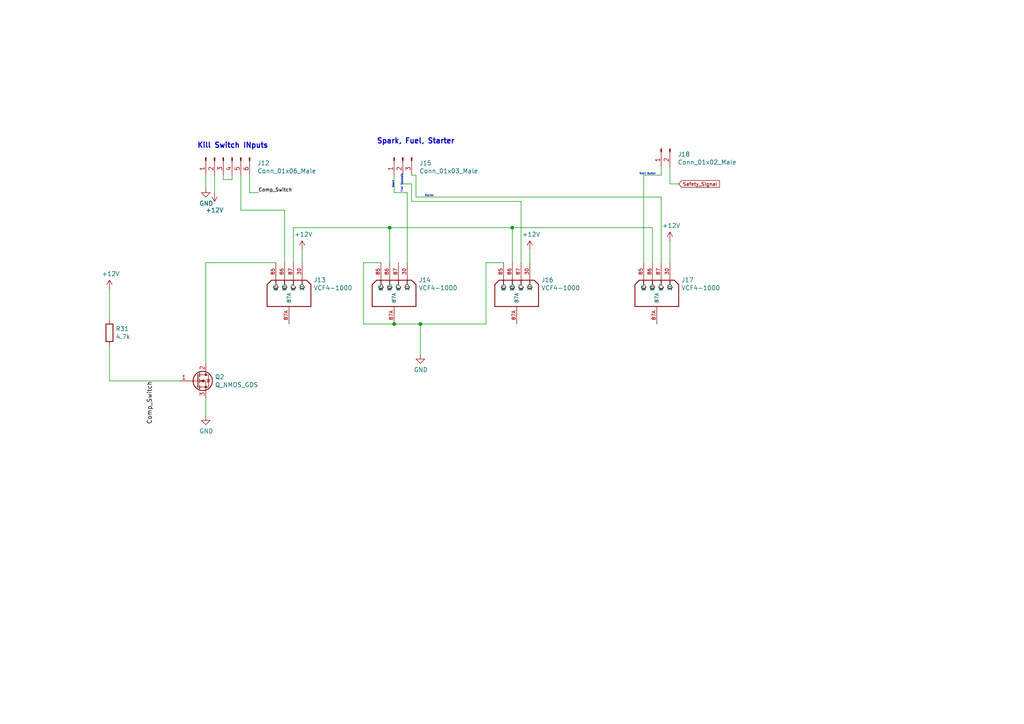
<source format=kicad_sch>
(kicad_sch (version 20230121) (generator eeschema)
  (paper "A4")
  (lib_symbols
    (symbol "Device:Q_NMOS_GDS" (pin_names (offset 0) hide)
      (property "Reference" "Q" (at 5.08 1.27 0))
      (property "Value" "Q_NMOS_GDS" (at 5.08 -1.27 0))
      (symbol "Q_NMOS_GDS_0_1"
        (polyline (pts (xy 0.254 0) (xy -2.54 0)))
        (polyline (pts (xy 0.254 1.905) (xy 0.254 -1.905)) (stroke (width 0.254)))
        (polyline (pts (xy 0.762 -1.27) (xy 0.762 -2.286)) (stroke (width 0.254)))
        (polyline (pts (xy 0.762 0.508) (xy 0.762 -0.508)) (stroke (width 0.254)))
        (polyline (pts (xy 0.762 2.286) (xy 0.762 1.27)) (stroke (width 0.254)))
        (polyline (pts (xy 2.54 2.54) (xy 2.54 1.778)))
        (polyline (pts (xy 2.54 -2.54) (xy 2.54 0) (xy 0.762 0)))
        (polyline (pts (xy 0.762 -1.778) (xy 3.302 -1.778) (xy 3.302 1.778) (xy 0.762 1.778)))
        (polyline (pts (xy 1.016 0) (xy 2.032 0.381) (xy 2.032 -0.381) (xy 1.016 0)) (fill (type outline)))
        (polyline (pts (xy 2.794 0.508) (xy 2.921 0.381) (xy 3.683 0.381) (xy 3.81 0.254)))
        (polyline (pts (xy 3.302 0.381) (xy 2.921 -0.254) (xy 3.683 -0.254) (xy 3.302 0.381)))
        (circle (center 1.651 0) (radius 2.794) (stroke (width 0.254)))
        (circle (center 2.54 -1.778) (radius 0.254) (fill (type outline)))
        (circle (center 2.54 1.778) (radius 0.254) (fill (type outline)))
      )
      (symbol "Q_NMOS_GDS_1_1"
        (pin input line (at -5.08 0 0) (length 2.54) (name "G") (number "1"))
        (pin passive line (at 2.54 5.08 270) (length 2.54) (name "D") (number "2"))
        (pin passive line (at 2.54 -5.08 90) (length 2.54) (name "S") (number "3"))
      )
    )
    (symbol "Device:R" (pin_numbers hide) (pin_names (offset 0))
      (property "Reference" "R" (at 2.032 0 90))
      (property "Value" "R" (at 0 0 90))
      (symbol "R_0_1"
        (rectangle (start -1.016 -2.54) (end 1.016 2.54) (stroke (width 0.254)))
      )
      (symbol "R_1_1"
        (pin passive line (at 0 3.81 270) (length 1.27) (name "~") (number "1"))
        (pin passive line (at 0 -3.81 90) (length 1.27) (name "~") (number "2"))
      )
    )
    (symbol "Motherboard_2023-rescue:Conn_01x02_Male-Connector" (pin_names (offset 1.016) hide)
      (property "Reference" "J" (at 0 2.54 0))
      (property "Value" "Connector_Conn_01x02_Male" (at 0 -5.08 0))
      (symbol "Conn_01x02_Male-Connector_1_1"
        (polyline (pts (xy 1.27 -2.54) (xy 0.8636 -2.54)) (stroke (width 0.1524)))
        (polyline (pts (xy 1.27 0) (xy 0.8636 0)) (stroke (width 0.1524)))
        (rectangle (start 0.8636 -2.413) (end 0 -2.667) (stroke (width 0.1524)) (fill (type outline)))
        (rectangle (start 0.8636 0.127) (end 0 -0.127) (stroke (width 0.1524)) (fill (type outline)))
        (pin passive line (at 5.08 0 180) (length 3.81) (name "Pin_1") (number "1"))
        (pin passive line (at 5.08 -2.54 180) (length 3.81) (name "Pin_2") (number "2"))
      )
    )
    (symbol "Motherboard_2023-rescue:Conn_01x03_Male-Connector" (pin_names (offset 1.016) hide)
      (property "Reference" "J" (at 0 5.08 0))
      (property "Value" "Connector_Conn_01x03_Male" (at 0 -5.08 0))
      (symbol "Conn_01x03_Male-Connector_1_1"
        (polyline (pts (xy 1.27 -2.54) (xy 0.8636 -2.54)) (stroke (width 0.1524)))
        (polyline (pts (xy 1.27 0) (xy 0.8636 0)) (stroke (width 0.1524)))
        (polyline (pts (xy 1.27 2.54) (xy 0.8636 2.54)) (stroke (width 0.1524)))
        (rectangle (start 0.8636 -2.413) (end 0 -2.667) (stroke (width 0.1524)) (fill (type outline)))
        (rectangle (start 0.8636 0.127) (end 0 -0.127) (stroke (width 0.1524)) (fill (type outline)))
        (rectangle (start 0.8636 2.667) (end 0 2.413) (stroke (width 0.1524)) (fill (type outline)))
        (pin passive line (at 5.08 2.54 180) (length 3.81) (name "Pin_1") (number "1"))
        (pin passive line (at 5.08 0 180) (length 3.81) (name "Pin_2") (number "2"))
        (pin passive line (at 5.08 -2.54 180) (length 3.81) (name "Pin_3") (number "3"))
      )
    )
    (symbol "Motherboard_2023-rescue:Conn_01x06_Male-Connector" (pin_names (offset 1.016) hide)
      (property "Reference" "J" (at 0 7.62 0))
      (property "Value" "Connector_Conn_01x06_Male" (at 0 -10.16 0))
      (symbol "Conn_01x06_Male-Connector_1_1"
        (polyline (pts (xy 1.27 -7.62) (xy 0.8636 -7.62)) (stroke (width 0.1524)))
        (polyline (pts (xy 1.27 -5.08) (xy 0.8636 -5.08)) (stroke (width 0.1524)))
        (polyline (pts (xy 1.27 -2.54) (xy 0.8636 -2.54)) (stroke (width 0.1524)))
        (polyline (pts (xy 1.27 0) (xy 0.8636 0)) (stroke (width 0.1524)))
        (polyline (pts (xy 1.27 2.54) (xy 0.8636 2.54)) (stroke (width 0.1524)))
        (polyline (pts (xy 1.27 5.08) (xy 0.8636 5.08)) (stroke (width 0.1524)))
        (rectangle (start 0.8636 -7.493) (end 0 -7.747) (stroke (width 0.1524)) (fill (type outline)))
        (rectangle (start 0.8636 -4.953) (end 0 -5.207) (stroke (width 0.1524)) (fill (type outline)))
        (rectangle (start 0.8636 -2.413) (end 0 -2.667) (stroke (width 0.1524)) (fill (type outline)))
        (rectangle (start 0.8636 0.127) (end 0 -0.127) (stroke (width 0.1524)) (fill (type outline)))
        (rectangle (start 0.8636 2.667) (end 0 2.413) (stroke (width 0.1524)) (fill (type outline)))
        (rectangle (start 0.8636 5.207) (end 0 4.953) (stroke (width 0.1524)) (fill (type outline)))
        (pin passive line (at 5.08 5.08 180) (length 3.81) (name "Pin_1") (number "1"))
        (pin passive line (at 5.08 2.54 180) (length 3.81) (name "Pin_2") (number "2"))
        (pin passive line (at 5.08 0 180) (length 3.81) (name "Pin_3") (number "3"))
        (pin passive line (at 5.08 -2.54 180) (length 3.81) (name "Pin_4") (number "4"))
        (pin passive line (at 5.08 -5.08 180) (length 3.81) (name "Pin_5") (number "5"))
        (pin passive line (at 5.08 -7.62 180) (length 3.81) (name "Pin_6") (number "6"))
      )
    )
    (symbol "Motherboard_2023-rescue:VCF4-1000-VCF4-1000-Motherboard_2023-rescue" (pin_names (offset 1.016))
      (property "Reference" "J" (at -7.62 6.35 0))
      (property "Value" "Motherboard_2023-rescue_VCF4-1000-VCF4-1000" (at -7.62 -10.16 0))
      (symbol "VCF4-1000-VCF4-1000-Motherboard_2023-rescue_0_0"
        (arc (start -1.905 -4.445) (mid -2.5373 -5.08) (end -1.905 -5.715) (stroke (width 0.254)))
        (arc (start -1.905 -1.905) (mid -2.5373 -2.54) (end -1.905 -3.175) (stroke (width 0.254)))
        (arc (start -1.905 0.635) (mid -2.5373 0) (end -1.905 -0.635) (stroke (width 0.254)))
        (arc (start -1.905 3.175) (mid -2.5373 2.54) (end -1.905 1.905) (stroke (width 0.254)))
        (polyline (pts (xy -7.62 -7.62) (xy -7.62 5.08)) (stroke (width 0.254)))
        (polyline (pts (xy -7.62 5.08) (xy -1.27 5.08)) (stroke (width 0.254)))
        (polyline (pts (xy -1.27 -7.62) (xy -7.62 -7.62)) (stroke (width 0.254)))
        (polyline (pts (xy 0 -6.35) (xy -1.27 -7.62)) (stroke (width 0.254)))
        (polyline (pts (xy 0 -5.08) (xy -1.27 -5.08)) (stroke (width 0.254)))
        (polyline (pts (xy 0 -2.54) (xy -1.27 -2.54)) (stroke (width 0.254)))
        (polyline (pts (xy 0 0) (xy -1.27 0)) (stroke (width 0.254)))
        (polyline (pts (xy 0 2.54) (xy -1.27 2.54)) (stroke (width 0.254)))
        (polyline (pts (xy 0 2.54) (xy 0 -6.35)) (stroke (width 0.254)))
        (polyline (pts (xy 0 3.81) (xy -1.27 5.08)) (stroke (width 0.254)))
        (polyline (pts (xy 0 3.81) (xy 0 2.54)) (stroke (width 0.254)))
        (pin passive line (at 5.08 -5.08 180) (length 5.08) (name "30") (number "30"))
        (pin passive line (at 5.08 2.54 180) (length 5.08) (name "85") (number "85"))
        (pin passive line (at 5.08 0 180) (length 5.08) (name "86") (number "86"))
        (pin passive line (at 5.08 -2.54 180) (length 5.08) (name "87") (number "87"))
        (pin passive line (at -12.7 -1.27 0) (length 5.08) (name "87A") (number "87A"))
      )
    )
    (symbol "power:+12V" (power) (pin_names (offset 0))
      (property "Value" "+12V" (at 0 3.556 0))
      (symbol "+12V_0_1"
        (polyline (pts (xy -0.762 1.27) (xy 0 2.54)))
        (polyline (pts (xy 0 0) (xy 0 2.54)))
        (polyline (pts (xy 0 2.54) (xy 0.762 1.27)))
      )
      (symbol "+12V_1_1"
        (pin power_in line (at 0 0 90) (length 0) hide (name "+12V") (number "1"))
      )
    )
    (symbol "power:GND" (power) (pin_names (offset 0))
      (property "Value" "GND" (at 0 -3.81 0))
      (symbol "GND_0_1"
        (polyline (pts (xy 0 0) (xy 0 -1.27) (xy 1.27 -1.27) (xy 0 -2.54) (xy -1.27 -1.27) (xy 0 -1.27)))
      )
      (symbol "GND_1_1"
        (pin power_in line (at 0 0 270) (length 0) hide (name "GND") (number "1"))
      )
    )
  )
  (junction (at 114.3 93.98))
  (junction (at 113.03 66.04))
  (junction (at 148.59 66.04))
  (junction (at 121.92 93.98))
  (wire (pts (xy 186.69 50.8) (xy 191.77 50.8)))
  (wire (pts (xy 85.09 76.2) (xy 85.09 66.04)))
  (wire (pts (xy 114.3 93.98) (xy 121.92 93.98)))
  (wire (pts (xy 121.92 93.98) (xy 140.97 93.98)))
  (wire (pts (xy 31.75 110.49) (xy 52.07 110.49)))
  (wire (pts (xy 72.39 55.88) (xy 72.39 50.8)))
  (wire (pts (xy 119.38 53.34) (xy 116.84 53.34)))
  (wire (pts (xy 191.77 57.15) (xy 120.65 57.15)))
  (wire (pts (xy 120.65 50.8) (xy 119.38 50.8)))
  (wire (pts (xy 140.97 76.2) (xy 146.05 76.2)))
  (wire (pts (xy 105.41 93.98) (xy 114.3 93.98)))
  (wire (pts (xy 140.97 93.98) (xy 140.97 76.2)))
  (wire (pts (xy 113.03 66.04) (xy 148.59 66.04)))
  (wire (pts (xy 121.92 93.98) (xy 121.92 102.87)))
  (wire (pts (xy 191.77 50.8) (xy 191.77 48.26)))
  (wire (pts (xy 116.84 53.34) (xy 116.84 50.8)))
  (wire (pts (xy 196.85 53.34) (xy 194.31 53.34)))
  (wire (pts (xy 120.65 57.15) (xy 120.65 50.8)))
  (wire (pts (xy 31.75 83.82) (xy 31.75 92.71)))
  (wire (pts (xy 148.59 66.04) (xy 148.59 76.2)))
  (wire (pts (xy 194.31 69.85) (xy 194.31 76.2)))
  (wire (pts (xy 59.69 76.2) (xy 80.01 76.2)))
  (wire (pts (xy 67.31 52.07) (xy 67.31 50.8)))
  (wire (pts (xy 87.63 72.39) (xy 87.63 76.2)))
  (wire (pts (xy 85.09 66.04) (xy 113.03 66.04)))
  (wire (pts (xy 105.41 76.2) (xy 105.41 93.98)))
  (wire (pts (xy 64.77 52.07) (xy 67.31 52.07)))
  (wire (pts (xy 110.49 76.2) (xy 105.41 76.2)))
  (wire (pts (xy 148.59 66.04) (xy 189.23 66.04)))
  (wire (pts (xy 31.75 100.33) (xy 31.75 110.49)))
  (wire (pts (xy 118.11 76.2) (xy 118.11 55.88)))
  (wire (pts (xy 151.13 76.2) (xy 151.13 58.42)))
  (wire (pts (xy 82.55 76.2) (xy 82.55 60.96)))
  (wire (pts (xy 114.3 55.88) (xy 114.3 50.8)))
  (wire (pts (xy 118.11 55.88) (xy 114.3 55.88)))
  (wire (pts (xy 69.85 60.96) (xy 69.85 50.8)))
  (wire (pts (xy 119.38 58.42) (xy 119.38 53.34)))
  (wire (pts (xy 153.67 72.39) (xy 153.67 76.2)))
  (wire (pts (xy 64.77 50.8) (xy 64.77 52.07)))
  (wire (pts (xy 189.23 66.04) (xy 189.23 76.2)))
  (wire (pts (xy 186.69 76.2) (xy 186.69 50.8)))
  (wire (pts (xy 113.03 66.04) (xy 113.03 76.2)))
  (wire (pts (xy 59.69 115.57) (xy 59.69 120.65)))
  (wire (pts (xy 191.77 76.2) (xy 191.77 57.15)))
  (wire (pts (xy 151.13 58.42) (xy 119.38 58.42)))
  (wire (pts (xy 59.69 105.41) (xy 59.69 76.2)))
  (wire (pts (xy 74.93 55.88) (xy 72.39 55.88)))
  (wire (pts (xy 194.31 53.34) (xy 194.31 48.26)))
  (wire (pts (xy 59.69 50.8) (xy 59.69 54.61)))
  (wire (pts (xy 82.55 60.96) (xy 69.85 60.96)))
  (wire (pts (xy 62.23 55.88) (xy 62.23 50.8)))
  (text "Spark, Fuel, Starter" (at 109.22 41.91 0) (effects (font (size 1.4986 1.4986) (thickness 0.2997) bold) (justify left bottom)))
  (text "Start Button \n" (at 185.42 50.8 0) (effects (font (size 0.508 0.508) (thickness 0.1016) bold) (justify left bottom)))
  (text "Fuel Solenoid" (at 116.84 55.88 90) (effects (font (size 0.508 0.508) (thickness 0.1016) bold) (justify left bottom)))
  (text "Spark\n" (at 114.3 54.61 90) (effects (font (size 0.508 0.508) (thickness 0.1016) bold) (justify left bottom)))
  (text "Kill Switch INputs\n" (at 57.15 43.18 0) (effects (font (size 1.4986 1.4986) (thickness 0.2997) bold) (justify left bottom)))
  (text "Starter\n" (at 123.19 57.15 0) (effects (font (size 0.508 0.508) (thickness 0.1016) bold) (justify left bottom)))
  (label "Comp_Switch" (at 44.45 110.49 270))
  (label "Comp_Switch" (at 74.93 55.88 0) (effects (font (size 0.9906 0.9906))))
  (global_label "Safety_Signal" (shape input) (at 196.85 53.34 0) (effects (font (size 0.9906 0.9906))) (property "Intersheetrefs" "${INTERSHEET_REFS}" (effects hide)))
  (symbol (lib_id "Motherboard_2023-rescue:VCF4-1000-VCF4-1000-Motherboard_2023-rescue") (at 82.55 81.28 90) (unit 1)
    (property "Reference" "J13" (at 90.932 81.2038 90) (effects (justify right)))
    (property "Value" "VCF4-1000" (at 90.932 83.5152 90) (effects (justify right)))
    (property "Footprint" "VCF4-1000 (Relay Socket):TE_VCF4-1000" (effects hide))
    (property "Comment" "1393310-3" (effects hide))
    (instances (project "Motherboard_2023" (path "" (reference "J13") (unit 1)) (path "" (reference "J?") (unit 1))))
  )
  (symbol (lib_id "Motherboard_2023-rescue:VCF4-1000-VCF4-1000-Motherboard_2023-rescue") (at 113.03 81.28 90) (unit 1)
    (property "Reference" "J14" (at 121.412 81.2038 90) (effects (justify right)))
    (property "Value" "VCF4-1000" (at 121.412 83.5152 90) (effects (justify right)))
    (property "Footprint" "VCF4-1000 (Relay Socket):TE_VCF4-1000" (effects hide))
    (property "Comment" "1393310-3" (effects hide))
    (instances (project "Motherboard_2023" (path "" (reference "J14") (unit 1)) (path "" (reference "J?") (unit 1))))
  )
  (symbol (lib_id "Motherboard_2023-rescue:VCF4-1000-VCF4-1000-Motherboard_2023-rescue") (at 148.59 81.28 90) (unit 1)
    (property "Reference" "J16" (at 156.972 81.2038 90) (effects (justify right)))
    (property "Value" "VCF4-1000" (at 156.972 83.5152 90) (effects (justify right)))
    (property "Footprint" "VCF4-1000 (Relay Socket):TE_VCF4-1000" (effects hide))
    (property "Comment" "1393310-3" (effects hide))
    (instances (project "Motherboard_2023" (path "" (reference "J16") (unit 1)) (path "" (reference "J?") (unit 1))))
  )
  (symbol (lib_id "Motherboard_2023-rescue:VCF4-1000-VCF4-1000-Motherboard_2023-rescue") (at 189.23 81.28 90) (unit 1)
    (property "Reference" "J17" (at 197.612 81.2038 90) (effects (justify right)))
    (property "Value" "VCF4-1000" (at 197.612 83.5152 90) (effects (justify right)))
    (property "Footprint" "VCF4-1000 (Relay Socket):TE_VCF4-1000" (effects hide))
    (property "Comment" "1393310-3" (effects hide))
    (instances (project "Motherboard_2023" (path "" (reference "J17") (unit 1)) (path "" (reference "J?") (unit 1))))
  )
  (symbol (lib_id "Motherboard_2023-rescue:Conn_01x06_Male-Connector") (at 64.77 45.72 90) (mirror x) (unit 1)
    (property "Reference" "J12" (at 74.6252 47.2948 90) (effects (justify right)))
    (property "Value" "Conn_01x06_Male" (at 74.6252 49.6062 90) (effects (justify right)))
    (property "Footprint" "TerminalBlock_Phoenix:TerminalBlock_Phoenix_MKDS-3-6-5.08_1x06_P5.08mm_Horizontal" (effects hide))
  )
  (symbol (lib_id "Motherboard_2023-rescue:Conn_01x03_Male-Connector") (at 116.84 45.72 90) (mirror x) (unit 1)
    (property "Reference" "J15" (at 121.6152 47.2948 90) (effects (justify right)))
    (property "Value" "Conn_01x03_Male" (at 121.6152 49.6062 90) (effects (justify right)))
    (property "Footprint" "TerminalBlock_Phoenix:TerminalBlock_Phoenix_MKDS-3-3-5.08_1x03_P5.08mm_Horizontal" (effects hide))
  )
  (symbol (lib_id "Motherboard_2023-rescue:Conn_01x02_Male-Connector") (at 191.77 43.18 90) (mirror x) (unit 1)
    (property "Reference" "J18" (at 196.5452 44.7548 90) (effects (justify right)))
    (property "Value" "Conn_01x02_Male" (at 196.5452 47.0662 90) (effects (justify right)))
    (property "Footprint" "TerminalBlock_Phoenix:TerminalBlock_Phoenix_MKDS-1,5-2-5.08_1x02_P5.08mm_Horizontal" (effects hide))
  )
  (symbol (lib_id "power:GND") (at 59.69 54.61 0) (unit 1)
    (property "Reference" "#PWR037" (effects hide))
    (property "Value" "GND" (at 59.817 59.0042 0))
  )
  (symbol (lib_id "power:+12V") (at 62.23 55.88 180) (unit 1)
    (property "Reference" "#PWR039" (effects hide))
    (property "Value" "+12V" (at 62.23 60.96 0))
  )
  (symbol (lib_id "power:+12V") (at 87.63 72.39 0) (unit 1)
    (property "Reference" "#PWR040" (effects hide))
    (property "Value" "+12V" (at 88.011 67.9958 0))
  )
  (symbol (lib_id "Device:Q_NMOS_GDS") (at 57.15 110.49 0) (unit 1)
    (property "Reference" "Q2" (at 62.3316 109.3216 0) (effects (justify left)))
    (property "Value" "Q_NMOS_GDS" (at 62.3316 111.633 0) (effects (justify left)))
    (property "Footprint" "Connector_PinHeader_2.54mm:PinHeader_1x03_P2.54mm_Vertical" (effects hide))
  )
  (symbol (lib_id "Device:R") (at 31.75 96.52 0) (unit 1)
    (property "Reference" "R31" (at 33.528 95.3516 0) (effects (justify left)))
    (property "Value" "4.7k" (at 33.528 97.663 0) (effects (justify left)))
    (property "Footprint" "Resistor_THT:R_Axial_DIN0207_L6.3mm_D2.5mm_P10.16mm_Horizontal" (effects hide))
  )
  (symbol (lib_id "power:+12V") (at 31.75 83.82 0) (unit 1)
    (property "Reference" "#PWR036" (effects hide))
    (property "Value" "+12V" (at 32.131 79.4258 0))
  )
  (symbol (lib_id "power:GND") (at 59.69 120.65 0) (unit 1)
    (property "Reference" "#PWR038" (effects hide))
    (property "Value" "GND" (at 59.817 125.0442 0))
  )
  (symbol (lib_id "power:GND") (at 121.92 102.87 0) (unit 1)
    (property "Reference" "#PWR041" (effects hide))
    (property "Value" "GND" (at 122.047 107.2642 0))
  )
  (symbol (lib_id "power:+12V") (at 153.67 72.39 0) (unit 1)
    (property "Reference" "#PWR042" (effects hide))
    (property "Value" "+12V" (at 154.051 67.9958 0))
  )
  (symbol (lib_id "power:+12V") (at 194.31 69.85 0) (unit 1)
    (property "Reference" "#PWR043" (effects hide))
    (property "Value" "+12V" (at 194.691 65.4558 0))
  )
)
</source>
